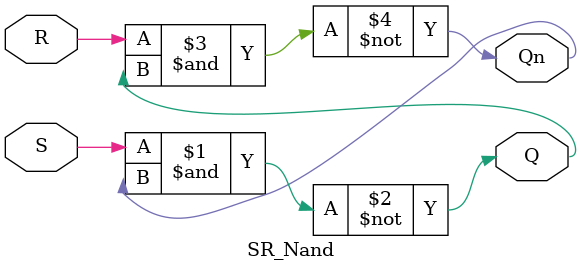
<source format=v>
module SR_Nand(

    input S,
    input R,
    output Q,
    output Qn
);

assign Q=~(S & Qn);
assign Qn=~(R & Q);

endmodule

</source>
